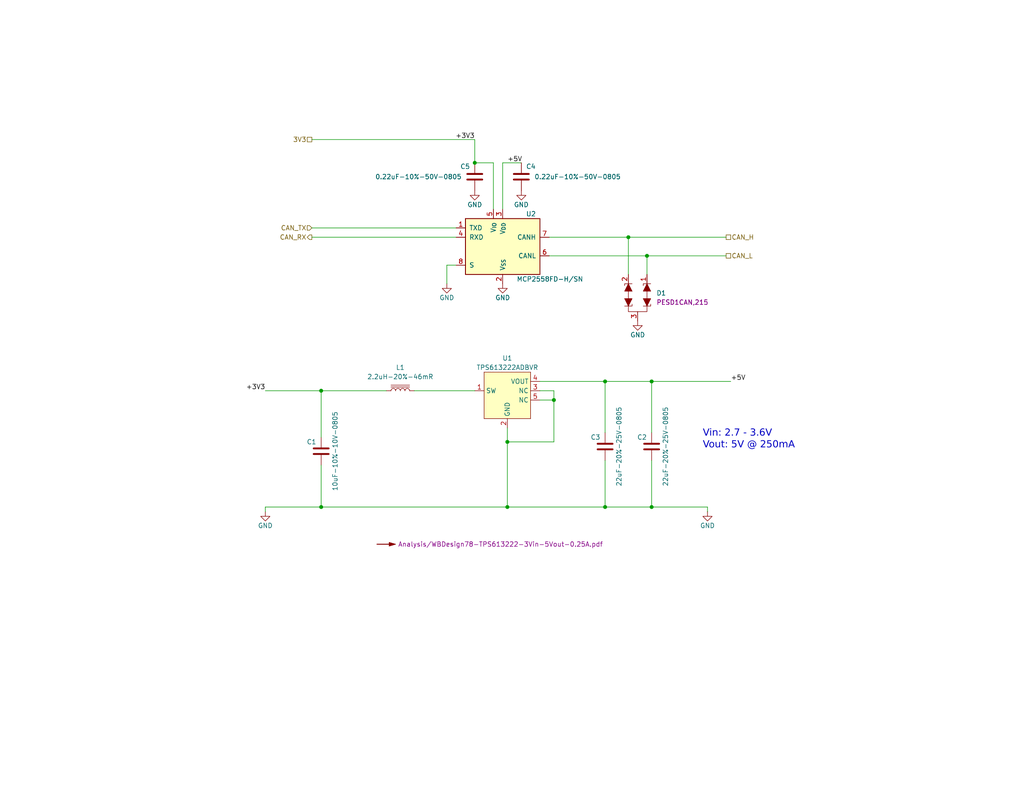
<source format=kicad_sch>
(kicad_sch (version 20231120) (generator "eeschema") (generator_version "8.0")
  (paper "A")
  (title_block (title "NX Button Interface V3") (date "2024-11-03") (rev "1") (company "971 SPARTAN ROBOTICS"))
  (lib_symbols
    (symbol "Device:C" (pin_numbers hide) (pin_names (offset 0.254))
      (property "Reference" "C" (at 0.635 2.54 0))
      (property "Value" "C" (at 0.635 -2.54 0))
      (symbol "C_0_1"
        (polyline (pts (xy -2.032 -0.762) (xy 2.032 -0.762)) (stroke (width 0.508)))
        (polyline (pts (xy -2.032 0.762) (xy 2.032 0.762)) (stroke (width 0.508)))
      )
      (symbol "C_1_1"
        (pin passive line (at 0 3.81 270) (length 2.794) (name "~") (number "1"))
        (pin passive line (at 0 -3.81 90) (length 2.794) (name "~") (number "2"))
      )
    )
    (symbol "Device:L_Iron" (pin_numbers hide) (pin_names (offset 1.016) hide)
      (property "Reference" "L" (at -1.27 0 90))
      (property "Value" "L_Iron" (at 2.794 0 90))
      (symbol "L_Iron_0_1"
        (arc (start 0 -2.54) (mid 0.6323 -1.905) (end 0 -1.27))
        (arc (start 0 -1.27) (mid 0.6323 -0.635) (end 0 0))
        (polyline (pts (xy 1.016 2.54) (xy 1.016 -2.54)))
        (polyline (pts (xy 1.524 -2.54) (xy 1.524 2.54)))
        (arc (start 0 0) (mid 0.6323 0.635) (end 0 1.27))
        (arc (start 0 1.27) (mid 0.6323 1.905) (end 0 2.54))
      )
      (symbol "L_Iron_1_1"
        (pin passive line (at 0 3.81 270) (length 1.27) (name "1") (number "1"))
        (pin passive line (at 0 -3.81 90) (length 1.27) (name "2") (number "2"))
      )
    )
    (symbol "Graphic:SYM_Arrow_Normal" (in_bom no) (on_board no)
      (symbol "SYM_Arrow_Normal_0_1"
        (polyline (pts (xy 1.524 0) (xy -2.54 0)) (stroke (width 0.254)))
        (polyline (pts (xy 2.54 0) (xy 0.762 -0.508) (xy 0.762 0.508) (xy 2.54 0)) (fill (type outline)))
      )
    )
    (symbol "IMU-2X:TPS613222ADBVR"
      (property "Reference" "U" (at 0 0 0))
      (property "Value" "TPS613222ADBVR" (at 0 0 0))
      (symbol "TPS613222ADBVR_1_1"
        (rectangle (start -6.35 0) (end 6.35 -12.7) (fill (type background)))
        (pin power_in line (at -8.89 -5.08 0) (length 2.54) (name "SW") (number "1"))
        (pin passive line (at 0 -15.24 90) (length 2.54) (name "GND") (number "2"))
        (pin passive line (at 8.89 -5.08 180) (length 2.54) (name "NC") (number "3"))
        (pin power_out line (at 8.89 -2.54 180) (length 2.54) (name "VOUT") (number "4"))
        (pin passive line (at 8.89 -7.62 180) (length 2.54) (name "NC") (number "5"))
      )
    )
    (symbol "Interface_CAN_LIN:MCP2562-E-SN" (pin_names (offset 1.016))
      (property "Reference" "U1" (at 6.35 8.89 0))
      (property "Value" "MCP2558FD-H/SN" (at 3.81 -8.89 0))
      (symbol "MCP2562-E-SN_0_1"
        (rectangle (start -10.16 7.62) (end 10.16 -7.62) (stroke (width 0.254)) (fill (type background)))
      )
      (symbol "MCP2562-E-SN_1_1"
        (pin input line (at -12.7 5.08 0) (length 2.54) (name "TXD") (number "1"))
        (pin power_in line (at 0 -10.16 90) (length 2.54) (name "V_{SS}") (number "2"))
        (pin power_in line (at 0 10.16 270) (length 2.54) (name "V_{DD}") (number "3"))
        (pin output line (at -12.7 2.54 0) (length 2.54) (name "RXD") (number "4"))
        (pin power_in line (at -2.54 10.16 270) (length 2.54) (name "V_{IO}") (number "5"))
        (pin bidirectional line (at 12.7 -2.54 180) (length 2.54) (name "CANL") (number "6"))
        (pin bidirectional line (at 12.7 2.54 180) (length 2.54) (name "CANH") (number "7"))
        (pin input line (at -12.7 -5.08 0) (length 2.54) (name "S") (number "8"))
      )
    )
    (symbol "PI-Power-Board:PESD1CAN" (pin_names hide)
      (property "Reference" "D" (at 0 0 0))
      (property "MFG P/N" "PESD1CAN,215" (at 0 0 0))
      (symbol "PESD1CAN_0_1"
        (polyline (pts (xy -1.27 -7.62) (xy 0.762 -7.62)))
        (polyline (pts (xy -1.27 -2.54) (xy 0.762 -2.54)))
        (polyline (pts (xy 0.635 -7.62) (xy 3.175 -7.62)))
        (polyline (pts (xy 0.635 -2.54) (xy 3.175 -2.54)))
        (polyline (pts (xy 4.826 -7.62) (xy 2.794 -7.62)))
        (polyline (pts (xy 4.826 -2.54) (xy 2.794 -2.54)))
        (polyline (pts (xy -1.27 -6.604) (xy -1.27 -8.636) (xy -0.762 -8.636)))
        (polyline (pts (xy -1.27 -1.524) (xy -1.27 -3.556) (xy -0.762 -3.556)))
        (polyline (pts (xy 4.826 -8.636) (xy 4.826 -6.604) (xy 4.318 -6.604)))
        (polyline (pts (xy 4.826 -3.556) (xy 4.826 -1.524) (xy 4.318 -1.524)))
        (polyline (pts (xy 0.762 -6.604) (xy -1.27 -7.62) (xy 0.762 -8.636) (xy 0.762 -6.604)) (fill (type outline)))
        (polyline (pts (xy 0.762 -1.524) (xy -1.27 -2.54) (xy 0.762 -3.556) (xy 0.762 -1.524)) (fill (type outline)))
        (polyline (pts (xy 2.794 -8.636) (xy 4.826 -7.62) (xy 2.794 -6.604) (xy 2.794 -8.636)) (fill (type outline)))
        (polyline (pts (xy 2.794 -3.556) (xy 4.826 -2.54) (xy 2.794 -1.524) (xy 2.794 -3.556)) (fill (type outline)))
        (polyline (pts (xy 4.445 -2.54) (xy 6.35 -2.54) (xy 6.35 -7.62) (xy 4.445 -7.62)))
      )
      (symbol "PESD1CAN_1_1"
        (pin passive line (at -3.81 -2.54 0) (length 2.54) (name "K1") (number "1"))
        (pin passive line (at -3.81 -7.62 0) (length 2.54) (name "K1") (number "2"))
        (pin passive line (at 8.89 -5.08 180) (length 2.54) (name "KK") (number "3"))
      )
    )
    (symbol "power:GND" (power) (pin_numbers hide) (pin_names (offset 0) hide)
      (property "Value" "GND" (at 0 -3.81 0))
      (symbol "GND_0_1"
        (polyline (pts (xy 0 0) (xy 0 -1.27) (xy 1.27 -1.27) (xy 0 -2.54) (xy -1.27 -1.27) (xy 0 -1.27)))
      )
      (symbol "GND_1_1"
        (pin power_in line (at 0 0 270) (length 0) (name "~") (number "1"))
      )
    )
  )
  (junction (at 165.1 138.43))
  (junction (at 87.63 106.68))
  (junction (at 176.53 69.85))
  (junction (at 129.54 44.45))
  (junction (at 138.43 138.43))
  (junction (at 177.8 138.43))
  (junction (at 171.45 64.77))
  (junction (at 177.8 104.14))
  (junction (at 165.1 104.14))
  (junction (at 151.13 109.22))
  (junction (at 87.63 138.43))
  (junction (at 138.43 120.65))
  (wire (pts (xy 171.45 64.77) (xy 198.12 64.77)))
  (wire (pts (xy 105.41 106.68) (xy 87.63 106.68)))
  (wire (pts (xy 129.54 38.1) (xy 129.54 44.45)))
  (wire (pts (xy 72.39 138.43) (xy 72.39 139.7)))
  (wire (pts (xy 176.53 69.85) (xy 198.12 69.85)))
  (wire (pts (xy 151.13 106.68) (xy 151.13 109.22)))
  (wire (pts (xy 165.1 104.14) (xy 165.1 118.11)))
  (wire (pts (xy 138.43 120.65) (xy 138.43 138.43)))
  (wire (pts (xy 177.8 104.14) (xy 199.39 104.14)))
  (wire (pts (xy 151.13 120.65) (xy 138.43 120.65)))
  (wire (pts (xy 72.39 138.43) (xy 87.63 138.43)))
  (wire (pts (xy 138.43 120.65) (xy 138.43 116.84)))
  (wire (pts (xy 151.13 109.22) (xy 151.13 120.65)))
  (wire (pts (xy 165.1 138.43) (xy 177.8 138.43)))
  (wire (pts (xy 147.32 104.14) (xy 165.1 104.14)))
  (wire (pts (xy 129.54 44.45) (xy 134.62 44.45)))
  (wire (pts (xy 147.32 109.22) (xy 151.13 109.22)))
  (wire (pts (xy 193.04 138.43) (xy 193.04 139.7)))
  (wire (pts (xy 85.09 64.77) (xy 124.46 64.77)))
  (wire (pts (xy 165.1 104.14) (xy 177.8 104.14)))
  (wire (pts (xy 137.16 44.45) (xy 137.16 57.15)))
  (wire (pts (xy 177.8 138.43) (xy 193.04 138.43)))
  (wire (pts (xy 85.09 62.23) (xy 124.46 62.23)))
  (wire (pts (xy 171.45 74.93) (xy 171.45 64.77)))
  (wire (pts (xy 165.1 125.73) (xy 165.1 138.43)))
  (wire (pts (xy 176.53 69.85) (xy 176.53 74.93)))
  (wire (pts (xy 129.54 106.68) (xy 113.03 106.68)))
  (wire (pts (xy 147.32 106.68) (xy 151.13 106.68)))
  (wire (pts (xy 121.92 77.47) (xy 121.92 72.39)))
  (wire (pts (xy 85.09 38.1) (xy 129.54 38.1)))
  (wire (pts (xy 177.8 104.14) (xy 177.8 118.11)))
  (wire (pts (xy 87.63 106.68) (xy 87.63 119.38)))
  (wire (pts (xy 149.86 69.85) (xy 176.53 69.85)))
  (wire (pts (xy 134.62 44.45) (xy 134.62 57.15)))
  (wire (pts (xy 149.86 64.77) (xy 171.45 64.77)))
  (wire (pts (xy 121.92 72.39) (xy 124.46 72.39)))
  (wire (pts (xy 137.16 44.45) (xy 142.24 44.45)))
  (wire (pts (xy 87.63 138.43) (xy 138.43 138.43)))
  (wire (pts (xy 72.39 106.68) (xy 87.63 106.68)))
  (wire (pts (xy 87.63 127) (xy 87.63 138.43)))
  (wire (pts (xy 138.43 138.43) (xy 165.1 138.43)))
  (wire (pts (xy 177.8 125.73) (xy 177.8 138.43)))
  (text "Vin: 2.7 - 3.6V\nVout: 5V @ 250mA" (at 191.77 123.19 0) (effects (font (size 1.905 1.905)) (justify left bottom)))
  (label "+3V3" (at 72.39 106.68 180))
  (label "+5V" (at 199.39 104.14 0))
  (label "+5V" (at 138.43 44.45 0))
  (label "+3V3" (at 129.54 38.1 180))
  (hierarchical_label "CAN_L" (shape passive) (at 198.12 69.85 0))
  (hierarchical_label "CAN_TX" (shape input) (at 85.09 62.23 180))
  (hierarchical_label "CAN_H" (shape passive) (at 198.12 64.77 0))
  (hierarchical_label "CAN_RX" (shape output) (at 85.09 64.77 180))
  (hierarchical_label "3V3" (shape passive) (at 85.09 38.1 180))
  (symbol (lib_id "Device:C") (at 129.54 48.26 0) (mirror y) (unit 1)
    (property "Reference" "C5" (at 128.27 45.466 0) (effects (justify left)))
    (property "Value" "0.22uF-10%-50V-0805" (at 125.984 48.26 0) (effects (justify left)))
    (property "Footprint" "Capacitor_SMD:C_0805_2012Metric" (effects (hide yes)))
    (property "Datasheet" "Components/KEMET_C1002_X7R_SMD.pdf" (effects (hide yes)))
    (property "MFG" "KEMET" (effects (hide yes)))
    (property "MFG P/N" "C0805C224K5RAC7800" (effects (hide yes)))
    (property "DIST" "Digikey" (effects (hide yes)))
    (property "DIST P/N" "399-C0805C224K5RACTUCT-ND" (effects (hide yes)))
  )
  (symbol (lib_id "Device:C") (at 142.24 48.26 0) (unit 1)
    (property "Reference" "C4" (at 143.51 45.466 0) (effects (justify left)))
    (property "Value" "0.22uF-10%-50V-0805" (at 145.796 48.26 0) (effects (justify left)))
    (property "Footprint" "Capacitor_SMD:C_0805_2012Metric" (effects (hide yes)))
    (property "Datasheet" "Components/KEMET_C1002_X7R_SMD.pdf" (effects (hide yes)))
    (property "MFG" "KEMET" (effects (hide yes)))
    (property "MFG P/N" "C0805C224K5RAC7800" (effects (hide yes)))
    (property "DIST" "Digikey" (effects (hide yes)))
    (property "DIST P/N" "399-C0805C224K5RACTUCT-ND" (effects (hide yes)))
  )
  (symbol (lib_id "power:GND") (at 142.24 52.07 0) (unit 1)
    (property "Reference" "#PWR02" (effects (hide yes)))
    (property "Value" "GND" (at 142.24 55.88 0))
    (property "Description" "Power symbol creates a global label with name \"GND\" , ground" (effects (hide yes)))
  )
  (symbol (lib_id "Device:L_Iron") (at 109.22 106.68 90) (unit 1)
    (property "Reference" "L1" (at 109.22 100.33 90))
    (property "Value" "2.2uH-20%-46mR" (at 109.22 102.87 90))
    (property "Footprint" "NX-ButtonInterface:L_Vishay_IHLP-1212" (effects (hide yes)))
    (property "Datasheet" "Components/Vishay-IHLP1212BZER2R2M11.pdf" (effects (hide yes)))
    (property "MFG" "Vishay" (effects (hide yes)))
    (property "MFG P/N" "IHLP1212BZER2R2M11" (effects (hide yes)))
    (property "DIST" "Digikey" (effects (hide yes)))
    (property "DIST P/N" "541-1322-1-ND" (effects (hide yes)))
  )
  (symbol (lib_id "power:GND") (at 129.54 52.07 0) (unit 1)
    (property "Reference" "#PWR01" (effects (hide yes)))
    (property "Value" "GND" (at 129.54 55.88 0))
    (property "Description" "Power symbol creates a global label with name \"GND\" , ground" (effects (hide yes)))
  )
  (symbol (lib_id "power:GND") (at 72.39 139.7 0) (unit 1)
    (property "Reference" "#PWR07" (effects (hide yes)))
    (property "Value" "GND" (at 72.39 143.51 0))
    (property "Description" "Power symbol creates a global label with name \"GND\" , ground" (effects (hide yes)))
  )
  (symbol (lib_id "power:GND") (at 137.16 77.47 0) (unit 1)
    (property "Reference" "#PWR04" (effects (hide yes)))
    (property "Value" "GND" (at 137.16 81.28 0))
    (property "Description" "Power symbol creates a global label with name \"GND\" , ground" (effects (hide yes)))
  )
  (symbol (lib_id "Graphic:SYM_Arrow_Normal") (at 105.41 148.59 0) (unit 1) (exclude_from_sim yes) (in_bom no) (on_board no)
    (property "Reference" "#SYM1" (effects (hide yes)))
    (property "Value" "Boost Regulator Design Notes" (effects (hide yes)))
    (property "Datasheet" "Analysis/WBDesign78-TPS613222-3Vin-5Vout-0.25A.pdf" (at 108.585 148.59 0) (effects (justify left)))
  )
  (symbol (lib_id "power:GND") (at 193.04 139.7 0) (unit 1)
    (property "Reference" "#PWR06" (effects (hide yes)))
    (property "Value" "GND" (at 193.04 143.51 0))
    (property "Description" "Power symbol creates a global label with name \"GND\" , ground" (effects (hide yes)))
  )
  (symbol (lib_id "Device:C") (at 165.1 121.92 0) (unit 1)
    (property "Reference" "C3" (at 163.83 119.38 0) (effects (justify right)))
    (property "Value" "22uF-20%-25V-0805" (at 168.91 121.92 90))
    (property "Footprint" "Capacitor_SMD:C_0805_2012Metric" (effects (hide yes)))
    (property "Description" "22 µF ±20% 25V Ceramic Capacitor X5R 0805 (2012 Metric)" (effects (hide yes)))
    (property "MFG" "Samsung Electro-Mechanics" (effects (hide yes)))
    (property "MFG P/N" "CL21A226MAYNNNE" (effects (hide yes)))
    (property "DIST" "Digikey" (effects (hide yes)))
    (property "DIST P/N" "1276-CL21A226MAYNNNECT-ND" (effects (hide yes)))
  )
  (symbol (lib_id "power:GND") (at 121.92 77.47 0) (unit 1)
    (property "Reference" "#PWR03" (effects (hide yes)))
    (property "Value" "GND" (at 121.92 81.28 0))
    (property "Description" "Power symbol creates a global label with name \"GND\" , ground" (effects (hide yes)))
  )
  (symbol (lib_id "power:GND") (at 173.99 87.63 0) (unit 1)
    (property "Reference" "#PWR05" (effects (hide yes)))
    (property "Value" "GND" (at 173.99 91.44 0))
    (property "Description" "Power symbol creates a global label with name \"GND\" , ground" (effects (hide yes)))
  )
  (symbol (lib_id "Device:C") (at 177.8 121.92 0) (unit 1)
    (property "Reference" "C2" (at 176.53 119.38 0) (effects (justify right)))
    (property "Value" "22uF-20%-25V-0805" (at 181.61 121.92 90))
    (property "Footprint" "Capacitor_SMD:C_0805_2012Metric" (effects (hide yes)))
    (property "Description" "22 µF ±20% 25V Ceramic Capacitor X5R 0805 (2012 Metric)" (effects (hide yes)))
    (property "MFG" "Samsung Electro-Mechanics" (effects (hide yes)))
    (property "MFG P/N" "CL21A226MAYNNNE" (effects (hide yes)))
    (property "DIST" "Digikey" (effects (hide yes)))
    (property "DIST P/N" "1276-CL21A226MAYNNNECT-ND" (effects (hide yes)))
  )
  (symbol (lib_id "IMU-2X:TPS613222ADBVR") (at 138.43 101.6 0) (unit 1)
    (property "Reference" "U1" (at 138.43 97.79 0))
    (property "Value" "TPS613222ADBVR" (at 138.43 100.33 0))
    (property "Footprint" "Package_TO_SOT_SMD:SOT-23-5" (effects (hide yes)))
    (property "Datasheet" "Components/TI-tps613222.pdf" (effects (hide yes)))
    (property "MFG" "Texas Instruments" (effects (hide yes)))
    (property "MFG P/N" "TPS613222ADBVR" (effects (hide yes)))
    (property "DIST" "Digikey" (effects (hide yes)))
    (property "DIST P/N" "296-50503-1-ND" (effects (hide yes)))
  )
  (symbol (lib_id "PI-Power-Board:PESD1CAN") (at 179.07 78.74 270) (unit 1)
    (property "Reference" "D1" (at 179.07 80.0099 90) (effects (justify left)))
    (property "Value" "PESD1CAN" (effects (hide yes)))
    (property "Footprint" "Package_TO_SOT_SMD:SOT-23" (effects (hide yes)))
    (property "Datasheet" "Components/Nexperia-PESD1CAN.pdf" (effects (hide yes)))
    (property "MFG" "Nexperia" (effects (hide yes)))
    (property "MFG P/N" "PESD1CAN,215" (at 179.07 82.5499 90) (effects (justify left)))
    (property "DIST" "Digkey" (effects (hide yes)))
    (property "DIST P/N" "1727-3817-1-ND" (effects (hide yes)))
  )
  (symbol (lib_id "Device:C") (at 87.63 123.19 0) (unit 1)
    (property "Reference" "C1" (at 86.36 120.65 0) (effects (justify right)))
    (property "Value" "10uF-10%-10V-0805" (at 91.44 123.19 90))
    (property "Footprint" "Capacitor_SMD:C_0805_2012Metric" (effects (hide yes)))
    (property "Datasheet" "Components/Kemet-C0805C106K8PACTU.pdf" (effects (hide yes)))
    (property "MFG" "Kemet" (effects (hide yes)))
    (property "MFG P/N" "C0805C106K8PAC7800" (effects (hide yes)))
    (property "DIST" "Digikey" (effects (hide yes)))
    (property "DIST P/N" "399-C0805C106K8PAC7800CT-ND" (effects (hide yes)))
  )
  (symbol (lib_id "Interface_CAN_LIN:MCP2562-E-SN") (at 137.16 67.31 0) (unit 1)
    (property "Reference" "U2" (at 143.51 58.42 0) (effects (justify left)))
    (property "Value" "MCP2558FD-H/SN" (at 140.97 76.2 0) (effects (justify left)))
    (property "Footprint" "Package_SO:SOIC-8_3.9x4.9mm_P1.27mm" (effects (hide yes)))
    (property "Datasheet" "Components/Microchip-MCP2558.pdf" (effects (hide yes)))
    (property "MFG" "Microchip" (effects (hide yes)))
    (property "MFG P/N" "MCP2558FD-H/SN" (effects (hide yes)))
    (property "DIST" "Digikey" (effects (hide yes)))
    (property "DIST P/N" "MCP2558FD-H/SN-ND" (effects (hide yes)))
  )
)
</source>
